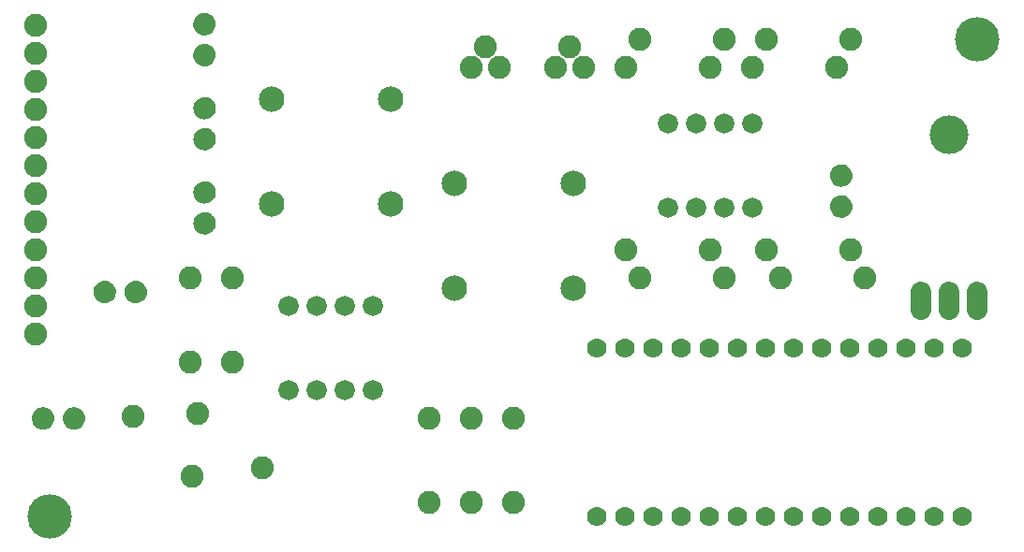
<source format=gbs>
G04 EAGLE Gerber RS-274X export*
G75*
%MOMM*%
%FSLAX34Y34*%
%LPD*%
%INBottom Soldermask*%
%IPPOS*%
%AMOC8*
5,1,8,0,0,1.08239X$1,22.5*%
G01*
%ADD10C,4.013200*%
%ADD11C,2.082800*%
%ADD12C,1.778000*%
%ADD13C,2.303200*%
%ADD14C,1.828800*%
%ADD15C,3.505200*%
%ADD16C,1.828800*%

G36*
X61501Y116959D02*
X61501Y116959D01*
X61544Y116971D01*
X61610Y116980D01*
X63227Y117434D01*
X63268Y117453D01*
X63296Y117462D01*
X63306Y117464D01*
X63310Y117466D01*
X63331Y117473D01*
X64845Y118201D01*
X64881Y118227D01*
X64940Y118257D01*
X66305Y119238D01*
X66336Y119270D01*
X66389Y119310D01*
X67563Y120512D01*
X67588Y120549D01*
X67633Y120597D01*
X68580Y121985D01*
X68598Y122026D01*
X68634Y122082D01*
X69326Y123613D01*
X69337Y123656D01*
X69363Y123717D01*
X69778Y125346D01*
X69781Y125390D01*
X69796Y125455D01*
X69922Y127130D01*
X69918Y127177D01*
X69920Y127249D01*
X69715Y129085D01*
X69701Y129131D01*
X69689Y129206D01*
X69129Y130967D01*
X69106Y131009D01*
X69080Y131081D01*
X68187Y132698D01*
X68157Y132736D01*
X68117Y132801D01*
X66926Y134213D01*
X66889Y134244D01*
X66837Y134300D01*
X65393Y135453D01*
X65351Y135476D01*
X65289Y135520D01*
X63648Y136369D01*
X63602Y136384D01*
X63533Y136415D01*
X61758Y136928D01*
X61710Y136933D01*
X61635Y136951D01*
X59795Y137107D01*
X59751Y137103D01*
X59686Y137107D01*
X57855Y136947D01*
X57809Y136934D01*
X57733Y136924D01*
X55969Y136410D01*
X55925Y136389D01*
X55853Y136364D01*
X54223Y135515D01*
X54185Y135486D01*
X54119Y135447D01*
X52686Y134297D01*
X52654Y134261D01*
X52597Y134210D01*
X51416Y132802D01*
X51392Y132761D01*
X51346Y132700D01*
X51136Y132318D01*
X50462Y131088D01*
X50447Y131043D01*
X50413Y130974D01*
X49861Y129221D01*
X49855Y129174D01*
X49835Y129100D01*
X49636Y127273D01*
X49639Y127227D01*
X49633Y127158D01*
X49756Y125482D01*
X49767Y125439D01*
X49773Y125373D01*
X50185Y123743D01*
X50203Y123703D01*
X50221Y123639D01*
X50909Y122106D01*
X50934Y122069D01*
X50963Y122009D01*
X51907Y120619D01*
X51938Y120587D01*
X51976Y120533D01*
X53147Y119327D01*
X53184Y119301D01*
X53231Y119255D01*
X54593Y118271D01*
X54634Y118252D01*
X54688Y118215D01*
X56201Y117482D01*
X56244Y117470D01*
X56255Y117465D01*
X56282Y117452D01*
X56287Y117451D01*
X56304Y117443D01*
X57921Y116985D01*
X57966Y116980D01*
X58030Y116964D01*
X59702Y116793D01*
X59750Y116797D01*
X59829Y116793D01*
X61501Y116959D01*
G37*
G36*
X33510Y116959D02*
X33510Y116959D01*
X33553Y116971D01*
X33619Y116980D01*
X35236Y117434D01*
X35277Y117453D01*
X35305Y117462D01*
X35315Y117464D01*
X35319Y117466D01*
X35340Y117473D01*
X36854Y118201D01*
X36890Y118227D01*
X36949Y118257D01*
X38314Y119238D01*
X38345Y119270D01*
X38398Y119310D01*
X39572Y120512D01*
X39597Y120549D01*
X39642Y120597D01*
X40589Y121985D01*
X40607Y122026D01*
X40643Y122082D01*
X41335Y123613D01*
X41346Y123656D01*
X41372Y123717D01*
X41787Y125346D01*
X41790Y125390D01*
X41805Y125455D01*
X41931Y127130D01*
X41927Y127177D01*
X41929Y127249D01*
X41724Y129085D01*
X41710Y129131D01*
X41698Y129206D01*
X41138Y130967D01*
X41115Y131009D01*
X41089Y131081D01*
X40196Y132698D01*
X40166Y132736D01*
X40126Y132801D01*
X38935Y134213D01*
X38898Y134244D01*
X38846Y134300D01*
X37402Y135453D01*
X37360Y135476D01*
X37298Y135520D01*
X35657Y136369D01*
X35611Y136384D01*
X35542Y136415D01*
X33767Y136928D01*
X33719Y136933D01*
X33644Y136951D01*
X31804Y137107D01*
X31760Y137103D01*
X31695Y137107D01*
X29864Y136947D01*
X29818Y136934D01*
X29742Y136924D01*
X27978Y136410D01*
X27934Y136389D01*
X27862Y136364D01*
X26232Y135515D01*
X26194Y135486D01*
X26128Y135447D01*
X24695Y134297D01*
X24663Y134261D01*
X24606Y134210D01*
X23425Y132802D01*
X23401Y132761D01*
X23355Y132700D01*
X23145Y132318D01*
X22471Y131088D01*
X22456Y131043D01*
X22422Y130974D01*
X21870Y129221D01*
X21864Y129174D01*
X21844Y129100D01*
X21645Y127273D01*
X21648Y127227D01*
X21642Y127158D01*
X21765Y125482D01*
X21776Y125439D01*
X21782Y125373D01*
X22194Y123743D01*
X22212Y123703D01*
X22230Y123639D01*
X22918Y122106D01*
X22943Y122069D01*
X22972Y122009D01*
X23916Y120619D01*
X23947Y120587D01*
X23985Y120533D01*
X25156Y119327D01*
X25193Y119301D01*
X25240Y119255D01*
X26602Y118271D01*
X26643Y118252D01*
X26697Y118215D01*
X28210Y117482D01*
X28253Y117470D01*
X28264Y117465D01*
X28291Y117452D01*
X28296Y117451D01*
X28313Y117443D01*
X29930Y116985D01*
X29975Y116980D01*
X30039Y116964D01*
X31711Y116793D01*
X31759Y116797D01*
X31838Y116793D01*
X33510Y116959D01*
G37*
G36*
X177977Y473693D02*
X177977Y473693D01*
X178049Y473691D01*
X179885Y473896D01*
X179931Y473910D01*
X180006Y473922D01*
X181767Y474482D01*
X181809Y474505D01*
X181881Y474531D01*
X183498Y475424D01*
X183536Y475454D01*
X183601Y475494D01*
X185013Y476685D01*
X185044Y476722D01*
X185100Y476774D01*
X186253Y478218D01*
X186276Y478260D01*
X186320Y478322D01*
X187169Y479963D01*
X187184Y480009D01*
X187215Y480078D01*
X187728Y481853D01*
X187733Y481901D01*
X187751Y481976D01*
X187907Y483816D01*
X187903Y483860D01*
X187907Y483925D01*
X187747Y485756D01*
X187734Y485802D01*
X187724Y485878D01*
X187210Y487642D01*
X187189Y487686D01*
X187164Y487758D01*
X186315Y489388D01*
X186286Y489426D01*
X186247Y489492D01*
X185097Y490925D01*
X185061Y490957D01*
X185010Y491014D01*
X183602Y492195D01*
X183561Y492219D01*
X183500Y492265D01*
X181888Y493149D01*
X181843Y493164D01*
X181774Y493198D01*
X180021Y493750D01*
X179974Y493756D01*
X179900Y493776D01*
X178073Y493976D01*
X178027Y493972D01*
X177958Y493978D01*
X176282Y493855D01*
X176239Y493844D01*
X176173Y493838D01*
X174543Y493427D01*
X174503Y493408D01*
X174439Y493390D01*
X172906Y492702D01*
X172869Y492677D01*
X172809Y492648D01*
X171419Y491704D01*
X171387Y491673D01*
X171333Y491635D01*
X170127Y490464D01*
X170101Y490428D01*
X170055Y490380D01*
X169071Y489018D01*
X169052Y488977D01*
X169015Y488923D01*
X168282Y487410D01*
X168270Y487367D01*
X168243Y487307D01*
X167785Y485690D01*
X167780Y485645D01*
X167764Y485581D01*
X167593Y483909D01*
X167597Y483861D01*
X167593Y483782D01*
X167759Y482110D01*
X167771Y482067D01*
X167780Y482002D01*
X168234Y480384D01*
X168253Y480343D01*
X168273Y480280D01*
X169001Y478766D01*
X169027Y478730D01*
X169057Y478671D01*
X170038Y477306D01*
X170070Y477275D01*
X170110Y477222D01*
X171312Y476048D01*
X171349Y476023D01*
X171397Y475978D01*
X172785Y475031D01*
X172826Y475013D01*
X172882Y474977D01*
X174413Y474285D01*
X174456Y474274D01*
X174517Y474248D01*
X176146Y473833D01*
X176190Y473830D01*
X176255Y473815D01*
X177930Y473689D01*
X177977Y473693D01*
G37*
G36*
X177977Y445702D02*
X177977Y445702D01*
X178049Y445700D01*
X179885Y445905D01*
X179931Y445919D01*
X180006Y445931D01*
X181767Y446491D01*
X181809Y446514D01*
X181881Y446540D01*
X183498Y447433D01*
X183536Y447463D01*
X183601Y447503D01*
X185013Y448694D01*
X185044Y448731D01*
X185100Y448783D01*
X186253Y450227D01*
X186276Y450269D01*
X186320Y450331D01*
X187169Y451972D01*
X187184Y452018D01*
X187215Y452087D01*
X187728Y453862D01*
X187733Y453910D01*
X187751Y453985D01*
X187907Y455825D01*
X187903Y455869D01*
X187907Y455934D01*
X187747Y457765D01*
X187734Y457811D01*
X187724Y457887D01*
X187210Y459651D01*
X187189Y459695D01*
X187164Y459767D01*
X186315Y461397D01*
X186286Y461435D01*
X186247Y461501D01*
X185097Y462934D01*
X185061Y462966D01*
X185010Y463023D01*
X183602Y464204D01*
X183561Y464228D01*
X183500Y464274D01*
X181888Y465158D01*
X181843Y465173D01*
X181774Y465207D01*
X180021Y465759D01*
X179974Y465765D01*
X179900Y465785D01*
X178073Y465985D01*
X178027Y465981D01*
X177958Y465987D01*
X176282Y465864D01*
X176239Y465853D01*
X176173Y465847D01*
X174543Y465436D01*
X174503Y465417D01*
X174439Y465399D01*
X172906Y464711D01*
X172869Y464686D01*
X172809Y464657D01*
X171419Y463713D01*
X171387Y463682D01*
X171333Y463644D01*
X170127Y462473D01*
X170101Y462437D01*
X170055Y462389D01*
X169071Y461027D01*
X169052Y460986D01*
X169015Y460932D01*
X168282Y459419D01*
X168270Y459376D01*
X168243Y459316D01*
X167785Y457699D01*
X167780Y457654D01*
X167764Y457590D01*
X167593Y455918D01*
X167597Y455870D01*
X167593Y455791D01*
X167759Y454119D01*
X167771Y454076D01*
X167780Y454011D01*
X168234Y452393D01*
X168253Y452352D01*
X168273Y452289D01*
X169001Y450775D01*
X169027Y450739D01*
X169057Y450680D01*
X170038Y449315D01*
X170070Y449284D01*
X170110Y449231D01*
X171312Y448057D01*
X171349Y448032D01*
X171397Y447987D01*
X172785Y447040D01*
X172826Y447022D01*
X172882Y446986D01*
X174413Y446294D01*
X174456Y446283D01*
X174517Y446257D01*
X176146Y445842D01*
X176190Y445839D01*
X176255Y445824D01*
X177930Y445698D01*
X177977Y445702D01*
G37*
G36*
X754628Y336776D02*
X754628Y336776D01*
X754671Y336787D01*
X754737Y336793D01*
X756367Y337205D01*
X756407Y337223D01*
X756471Y337241D01*
X758004Y337929D01*
X758041Y337954D01*
X758101Y337983D01*
X759491Y338927D01*
X759523Y338958D01*
X759577Y338996D01*
X760783Y340167D01*
X760809Y340204D01*
X760855Y340251D01*
X761839Y341613D01*
X761858Y341654D01*
X761895Y341708D01*
X762628Y343221D01*
X762640Y343264D01*
X762667Y343324D01*
X763125Y344941D01*
X763130Y344986D01*
X763146Y345050D01*
X763317Y346722D01*
X763313Y346770D01*
X763317Y346849D01*
X763151Y348521D01*
X763139Y348564D01*
X763130Y348630D01*
X762676Y350247D01*
X762657Y350288D01*
X762637Y350351D01*
X761909Y351865D01*
X761883Y351901D01*
X761853Y351960D01*
X760872Y353325D01*
X760840Y353356D01*
X760800Y353409D01*
X759598Y354583D01*
X759561Y354608D01*
X759513Y354653D01*
X758125Y355600D01*
X758084Y355618D01*
X758028Y355654D01*
X756497Y356346D01*
X756454Y356357D01*
X756393Y356383D01*
X754764Y356798D01*
X754720Y356801D01*
X754655Y356816D01*
X752980Y356942D01*
X752933Y356938D01*
X752861Y356940D01*
X751026Y356735D01*
X750979Y356721D01*
X750904Y356709D01*
X749143Y356149D01*
X749101Y356126D01*
X749029Y356100D01*
X747412Y355207D01*
X747374Y355177D01*
X747309Y355137D01*
X745897Y353946D01*
X745866Y353909D01*
X745810Y353857D01*
X744657Y352413D01*
X744635Y352371D01*
X744590Y352309D01*
X743741Y350668D01*
X743727Y350622D01*
X743695Y350553D01*
X743182Y348778D01*
X743177Y348730D01*
X743160Y348655D01*
X743003Y346815D01*
X743007Y346771D01*
X743003Y346706D01*
X743163Y344875D01*
X743176Y344829D01*
X743184Y344768D01*
X743184Y344766D01*
X743186Y344753D01*
X743700Y342989D01*
X743721Y342945D01*
X743746Y342873D01*
X744595Y341243D01*
X744624Y341205D01*
X744663Y341139D01*
X745813Y339706D01*
X745849Y339674D01*
X745900Y339617D01*
X747308Y338436D01*
X747349Y338412D01*
X747410Y338366D01*
X749022Y337482D01*
X749067Y337467D01*
X749136Y337433D01*
X750889Y336881D01*
X750936Y336875D01*
X751010Y336855D01*
X752837Y336656D01*
X752883Y336659D01*
X752952Y336653D01*
X754628Y336776D01*
G37*
G36*
X179318Y321536D02*
X179318Y321536D01*
X179361Y321547D01*
X179427Y321553D01*
X181057Y321965D01*
X181097Y321983D01*
X181161Y322001D01*
X182694Y322689D01*
X182731Y322714D01*
X182791Y322743D01*
X184181Y323687D01*
X184213Y323718D01*
X184267Y323756D01*
X185473Y324927D01*
X185499Y324964D01*
X185545Y325011D01*
X186529Y326373D01*
X186548Y326414D01*
X186585Y326468D01*
X187318Y327981D01*
X187330Y328024D01*
X187357Y328084D01*
X187815Y329701D01*
X187820Y329746D01*
X187836Y329810D01*
X188007Y331482D01*
X188003Y331530D01*
X188007Y331609D01*
X187841Y333281D01*
X187829Y333324D01*
X187820Y333390D01*
X187366Y335007D01*
X187347Y335048D01*
X187327Y335111D01*
X186599Y336625D01*
X186573Y336661D01*
X186543Y336720D01*
X185562Y338085D01*
X185530Y338116D01*
X185490Y338169D01*
X184288Y339343D01*
X184251Y339368D01*
X184203Y339413D01*
X182815Y340360D01*
X182774Y340378D01*
X182718Y340414D01*
X181187Y341106D01*
X181144Y341117D01*
X181083Y341143D01*
X179454Y341558D01*
X179410Y341561D01*
X179345Y341576D01*
X177670Y341702D01*
X177623Y341698D01*
X177551Y341700D01*
X175716Y341495D01*
X175669Y341481D01*
X175594Y341469D01*
X173833Y340909D01*
X173791Y340886D01*
X173719Y340860D01*
X172102Y339967D01*
X172064Y339937D01*
X171999Y339897D01*
X170587Y338706D01*
X170556Y338669D01*
X170500Y338617D01*
X169347Y337173D01*
X169325Y337131D01*
X169280Y337069D01*
X168431Y335428D01*
X168417Y335382D01*
X168385Y335313D01*
X167872Y333538D01*
X167867Y333490D01*
X167850Y333415D01*
X167693Y331575D01*
X167697Y331531D01*
X167693Y331466D01*
X167853Y329635D01*
X167866Y329589D01*
X167874Y329528D01*
X167874Y329526D01*
X167876Y329513D01*
X168390Y327749D01*
X168411Y327705D01*
X168436Y327633D01*
X169285Y326003D01*
X169314Y325965D01*
X169353Y325899D01*
X170503Y324466D01*
X170539Y324434D01*
X170590Y324377D01*
X171998Y323196D01*
X172039Y323172D01*
X172100Y323126D01*
X173712Y322242D01*
X173757Y322227D01*
X173826Y322193D01*
X175579Y321641D01*
X175626Y321635D01*
X175700Y321615D01*
X177527Y321416D01*
X177573Y321419D01*
X177642Y321413D01*
X179318Y321536D01*
G37*
G36*
X179318Y397736D02*
X179318Y397736D01*
X179361Y397747D01*
X179427Y397753D01*
X181057Y398165D01*
X181097Y398183D01*
X181161Y398201D01*
X182694Y398889D01*
X182731Y398914D01*
X182791Y398943D01*
X184181Y399887D01*
X184213Y399918D01*
X184267Y399956D01*
X185473Y401127D01*
X185499Y401164D01*
X185545Y401211D01*
X186529Y402573D01*
X186548Y402614D01*
X186585Y402668D01*
X187318Y404181D01*
X187330Y404224D01*
X187357Y404284D01*
X187815Y405901D01*
X187820Y405946D01*
X187836Y406010D01*
X188007Y407682D01*
X188003Y407730D01*
X188007Y407809D01*
X187841Y409481D01*
X187829Y409524D01*
X187820Y409590D01*
X187366Y411207D01*
X187347Y411248D01*
X187327Y411311D01*
X186599Y412825D01*
X186573Y412861D01*
X186543Y412920D01*
X185562Y414285D01*
X185530Y414316D01*
X185490Y414369D01*
X184288Y415543D01*
X184251Y415568D01*
X184203Y415613D01*
X182815Y416560D01*
X182774Y416578D01*
X182718Y416614D01*
X181187Y417306D01*
X181144Y417317D01*
X181083Y417343D01*
X179454Y417758D01*
X179410Y417761D01*
X179345Y417776D01*
X177670Y417902D01*
X177623Y417898D01*
X177551Y417900D01*
X175716Y417695D01*
X175669Y417681D01*
X175594Y417669D01*
X173833Y417109D01*
X173791Y417086D01*
X173719Y417060D01*
X172102Y416167D01*
X172064Y416137D01*
X171999Y416097D01*
X170587Y414906D01*
X170556Y414869D01*
X170500Y414817D01*
X169347Y413373D01*
X169325Y413331D01*
X169280Y413269D01*
X168431Y411628D01*
X168417Y411582D01*
X168385Y411513D01*
X167872Y409738D01*
X167867Y409690D01*
X167850Y409615D01*
X167693Y407775D01*
X167697Y407731D01*
X167693Y407666D01*
X167853Y405835D01*
X167866Y405789D01*
X167874Y405728D01*
X167874Y405726D01*
X167876Y405713D01*
X168390Y403949D01*
X168411Y403905D01*
X168436Y403833D01*
X169285Y402203D01*
X169314Y402165D01*
X169353Y402099D01*
X170503Y400666D01*
X170539Y400634D01*
X170590Y400577D01*
X171998Y399396D01*
X172039Y399372D01*
X172100Y399326D01*
X173712Y398442D01*
X173757Y398427D01*
X173826Y398393D01*
X175579Y397841D01*
X175626Y397835D01*
X175700Y397815D01*
X177527Y397616D01*
X177573Y397619D01*
X177642Y397613D01*
X179318Y397736D01*
G37*
G36*
X179318Y293545D02*
X179318Y293545D01*
X179361Y293556D01*
X179427Y293562D01*
X181057Y293974D01*
X181097Y293992D01*
X181161Y294010D01*
X182694Y294698D01*
X182731Y294723D01*
X182791Y294752D01*
X184181Y295696D01*
X184213Y295727D01*
X184267Y295765D01*
X185473Y296936D01*
X185499Y296973D01*
X185545Y297020D01*
X186529Y298382D01*
X186548Y298423D01*
X186585Y298477D01*
X187318Y299990D01*
X187330Y300033D01*
X187357Y300093D01*
X187815Y301710D01*
X187820Y301755D01*
X187836Y301819D01*
X188007Y303491D01*
X188003Y303539D01*
X188007Y303618D01*
X187841Y305290D01*
X187829Y305333D01*
X187820Y305399D01*
X187366Y307016D01*
X187347Y307057D01*
X187327Y307120D01*
X186599Y308634D01*
X186573Y308670D01*
X186543Y308729D01*
X185562Y310094D01*
X185530Y310125D01*
X185490Y310178D01*
X184288Y311352D01*
X184251Y311377D01*
X184203Y311422D01*
X182815Y312369D01*
X182774Y312387D01*
X182718Y312423D01*
X181187Y313115D01*
X181144Y313126D01*
X181083Y313152D01*
X179454Y313567D01*
X179410Y313570D01*
X179345Y313585D01*
X177670Y313711D01*
X177623Y313707D01*
X177551Y313709D01*
X175716Y313504D01*
X175669Y313490D01*
X175594Y313478D01*
X173833Y312918D01*
X173791Y312895D01*
X173719Y312869D01*
X172102Y311976D01*
X172064Y311946D01*
X171999Y311906D01*
X170587Y310715D01*
X170556Y310678D01*
X170500Y310626D01*
X169347Y309182D01*
X169325Y309140D01*
X169280Y309078D01*
X168431Y307437D01*
X168417Y307391D01*
X168385Y307322D01*
X167872Y305547D01*
X167867Y305499D01*
X167850Y305424D01*
X167693Y303584D01*
X167697Y303540D01*
X167693Y303475D01*
X167853Y301644D01*
X167866Y301598D01*
X167874Y301537D01*
X167874Y301535D01*
X167876Y301522D01*
X168390Y299758D01*
X168411Y299714D01*
X168436Y299642D01*
X169285Y298012D01*
X169314Y297974D01*
X169353Y297908D01*
X170503Y296475D01*
X170539Y296443D01*
X170590Y296386D01*
X171998Y295205D01*
X172039Y295181D01*
X172100Y295135D01*
X173712Y294251D01*
X173757Y294236D01*
X173826Y294202D01*
X175579Y293650D01*
X175626Y293644D01*
X175700Y293624D01*
X177527Y293425D01*
X177573Y293428D01*
X177642Y293422D01*
X179318Y293545D01*
G37*
G36*
X754628Y308785D02*
X754628Y308785D01*
X754671Y308796D01*
X754737Y308802D01*
X756367Y309214D01*
X756407Y309232D01*
X756471Y309250D01*
X758004Y309938D01*
X758041Y309963D01*
X758101Y309992D01*
X759491Y310936D01*
X759523Y310967D01*
X759577Y311005D01*
X760783Y312176D01*
X760809Y312213D01*
X760855Y312260D01*
X761839Y313622D01*
X761858Y313663D01*
X761895Y313717D01*
X762628Y315230D01*
X762640Y315273D01*
X762667Y315333D01*
X763125Y316950D01*
X763130Y316995D01*
X763146Y317059D01*
X763317Y318731D01*
X763313Y318779D01*
X763317Y318858D01*
X763151Y320530D01*
X763139Y320573D01*
X763130Y320639D01*
X762676Y322256D01*
X762657Y322297D01*
X762637Y322360D01*
X761909Y323874D01*
X761883Y323910D01*
X761853Y323969D01*
X760872Y325334D01*
X760840Y325365D01*
X760800Y325418D01*
X759598Y326592D01*
X759561Y326617D01*
X759513Y326662D01*
X758125Y327609D01*
X758084Y327627D01*
X758028Y327663D01*
X756497Y328355D01*
X756454Y328366D01*
X756393Y328392D01*
X754764Y328807D01*
X754720Y328810D01*
X754655Y328825D01*
X752980Y328951D01*
X752933Y328947D01*
X752861Y328949D01*
X751026Y328744D01*
X750979Y328730D01*
X750904Y328718D01*
X749143Y328158D01*
X749101Y328135D01*
X749029Y328109D01*
X747412Y327216D01*
X747374Y327186D01*
X747309Y327146D01*
X745897Y325955D01*
X745866Y325918D01*
X745810Y325866D01*
X744657Y324422D01*
X744635Y324380D01*
X744590Y324318D01*
X743741Y322677D01*
X743727Y322631D01*
X743695Y322562D01*
X743182Y320787D01*
X743177Y320739D01*
X743160Y320664D01*
X743003Y318824D01*
X743007Y318780D01*
X743003Y318715D01*
X743163Y316884D01*
X743176Y316838D01*
X743184Y316777D01*
X743184Y316775D01*
X743186Y316762D01*
X743700Y314998D01*
X743721Y314954D01*
X743746Y314882D01*
X744595Y313252D01*
X744624Y313214D01*
X744663Y313148D01*
X745813Y311715D01*
X745849Y311683D01*
X745900Y311626D01*
X747308Y310445D01*
X747349Y310421D01*
X747410Y310375D01*
X749022Y309491D01*
X749067Y309476D01*
X749136Y309442D01*
X750889Y308890D01*
X750936Y308884D01*
X751010Y308864D01*
X752837Y308665D01*
X752883Y308668D01*
X752952Y308662D01*
X754628Y308785D01*
G37*
G36*
X179318Y369745D02*
X179318Y369745D01*
X179361Y369756D01*
X179427Y369762D01*
X181057Y370174D01*
X181097Y370192D01*
X181161Y370210D01*
X182694Y370898D01*
X182731Y370923D01*
X182791Y370952D01*
X184181Y371896D01*
X184213Y371927D01*
X184267Y371965D01*
X185473Y373136D01*
X185499Y373173D01*
X185545Y373220D01*
X186529Y374582D01*
X186548Y374623D01*
X186585Y374677D01*
X187318Y376190D01*
X187330Y376233D01*
X187357Y376293D01*
X187815Y377910D01*
X187820Y377955D01*
X187836Y378019D01*
X188007Y379691D01*
X188003Y379739D01*
X188007Y379818D01*
X187841Y381490D01*
X187829Y381533D01*
X187820Y381599D01*
X187366Y383216D01*
X187347Y383257D01*
X187327Y383320D01*
X186599Y384834D01*
X186573Y384870D01*
X186543Y384929D01*
X185562Y386294D01*
X185530Y386325D01*
X185490Y386378D01*
X184288Y387552D01*
X184251Y387577D01*
X184203Y387622D01*
X182815Y388569D01*
X182774Y388587D01*
X182718Y388623D01*
X181187Y389315D01*
X181144Y389326D01*
X181083Y389352D01*
X179454Y389767D01*
X179410Y389770D01*
X179345Y389785D01*
X177670Y389911D01*
X177623Y389907D01*
X177551Y389909D01*
X175716Y389704D01*
X175669Y389690D01*
X175594Y389678D01*
X173833Y389118D01*
X173791Y389095D01*
X173719Y389069D01*
X172102Y388176D01*
X172064Y388146D01*
X171999Y388106D01*
X170587Y386915D01*
X170556Y386878D01*
X170500Y386826D01*
X169347Y385382D01*
X169325Y385340D01*
X169280Y385278D01*
X168431Y383637D01*
X168417Y383591D01*
X168385Y383522D01*
X167872Y381747D01*
X167867Y381699D01*
X167850Y381624D01*
X167693Y379784D01*
X167697Y379740D01*
X167693Y379675D01*
X167853Y377844D01*
X167866Y377798D01*
X167874Y377737D01*
X167874Y377735D01*
X167876Y377722D01*
X168390Y375958D01*
X168411Y375914D01*
X168436Y375842D01*
X169285Y374212D01*
X169314Y374174D01*
X169353Y374108D01*
X170503Y372675D01*
X170539Y372643D01*
X170590Y372586D01*
X171998Y371405D01*
X172039Y371381D01*
X172100Y371335D01*
X173712Y370451D01*
X173757Y370436D01*
X173826Y370402D01*
X175579Y369850D01*
X175626Y369844D01*
X175700Y369824D01*
X177527Y369625D01*
X177573Y369628D01*
X177642Y369622D01*
X179318Y369745D01*
G37*
G36*
X87569Y231197D02*
X87569Y231197D01*
X87634Y231193D01*
X89465Y231353D01*
X89511Y231366D01*
X89587Y231376D01*
X91351Y231890D01*
X91395Y231911D01*
X91467Y231936D01*
X93097Y232785D01*
X93135Y232814D01*
X93201Y232853D01*
X94634Y234003D01*
X94666Y234039D01*
X94723Y234090D01*
X95904Y235498D01*
X95928Y235539D01*
X95974Y235600D01*
X96519Y236593D01*
X96858Y237212D01*
X96873Y237257D01*
X96907Y237326D01*
X97459Y239079D01*
X97465Y239126D01*
X97485Y239200D01*
X97685Y241027D01*
X97681Y241073D01*
X97687Y241142D01*
X97564Y242818D01*
X97553Y242861D01*
X97547Y242927D01*
X97136Y244557D01*
X97117Y244597D01*
X97099Y244661D01*
X96411Y246194D01*
X96386Y246231D01*
X96357Y246291D01*
X95413Y247681D01*
X95382Y247713D01*
X95344Y247767D01*
X94173Y248973D01*
X94137Y248999D01*
X94089Y249045D01*
X92727Y250029D01*
X92686Y250048D01*
X92632Y250085D01*
X91119Y250818D01*
X91076Y250830D01*
X91016Y250857D01*
X89399Y251315D01*
X89354Y251320D01*
X89290Y251336D01*
X87618Y251507D01*
X87570Y251503D01*
X87491Y251507D01*
X85819Y251341D01*
X85776Y251329D01*
X85711Y251320D01*
X84093Y250866D01*
X84052Y250847D01*
X83989Y250827D01*
X82475Y250099D01*
X82439Y250073D01*
X82380Y250043D01*
X81015Y249062D01*
X80984Y249030D01*
X80931Y248990D01*
X79757Y247788D01*
X79732Y247751D01*
X79687Y247703D01*
X78740Y246315D01*
X78722Y246274D01*
X78686Y246218D01*
X77994Y244687D01*
X77983Y244644D01*
X77957Y244583D01*
X77542Y242954D01*
X77539Y242910D01*
X77524Y242845D01*
X77398Y241170D01*
X77402Y241123D01*
X77400Y241051D01*
X77605Y239216D01*
X77619Y239169D01*
X77631Y239094D01*
X78191Y237333D01*
X78214Y237291D01*
X78240Y237219D01*
X79133Y235602D01*
X79163Y235564D01*
X79203Y235499D01*
X80394Y234087D01*
X80431Y234056D01*
X80483Y234000D01*
X81927Y232847D01*
X81969Y232825D01*
X82031Y232780D01*
X83672Y231931D01*
X83718Y231917D01*
X83787Y231885D01*
X85562Y231372D01*
X85610Y231367D01*
X85685Y231350D01*
X87525Y231193D01*
X87569Y231197D01*
G37*
G36*
X115560Y231197D02*
X115560Y231197D01*
X115625Y231193D01*
X117456Y231353D01*
X117502Y231366D01*
X117578Y231376D01*
X119342Y231890D01*
X119386Y231911D01*
X119458Y231936D01*
X121088Y232785D01*
X121126Y232814D01*
X121192Y232853D01*
X122625Y234003D01*
X122657Y234039D01*
X122714Y234090D01*
X123895Y235498D01*
X123919Y235539D01*
X123965Y235600D01*
X124510Y236593D01*
X124849Y237212D01*
X124864Y237257D01*
X124898Y237326D01*
X125450Y239079D01*
X125456Y239126D01*
X125476Y239200D01*
X125676Y241027D01*
X125672Y241073D01*
X125678Y241142D01*
X125555Y242818D01*
X125544Y242861D01*
X125538Y242927D01*
X125127Y244557D01*
X125108Y244597D01*
X125090Y244661D01*
X124402Y246194D01*
X124377Y246231D01*
X124348Y246291D01*
X123404Y247681D01*
X123373Y247713D01*
X123335Y247767D01*
X122164Y248973D01*
X122128Y248999D01*
X122080Y249045D01*
X120718Y250029D01*
X120677Y250048D01*
X120623Y250085D01*
X119110Y250818D01*
X119067Y250830D01*
X119007Y250857D01*
X117390Y251315D01*
X117345Y251320D01*
X117281Y251336D01*
X115609Y251507D01*
X115561Y251503D01*
X115482Y251507D01*
X113810Y251341D01*
X113767Y251329D01*
X113702Y251320D01*
X112084Y250866D01*
X112043Y250847D01*
X111980Y250827D01*
X110466Y250099D01*
X110430Y250073D01*
X110371Y250043D01*
X109006Y249062D01*
X108975Y249030D01*
X108922Y248990D01*
X107748Y247788D01*
X107723Y247751D01*
X107678Y247703D01*
X106731Y246315D01*
X106713Y246274D01*
X106677Y246218D01*
X105985Y244687D01*
X105974Y244644D01*
X105948Y244583D01*
X105533Y242954D01*
X105530Y242910D01*
X105515Y242845D01*
X105389Y241170D01*
X105393Y241123D01*
X105391Y241051D01*
X105596Y239216D01*
X105610Y239169D01*
X105622Y239094D01*
X106182Y237333D01*
X106205Y237291D01*
X106231Y237219D01*
X107124Y235602D01*
X107154Y235564D01*
X107194Y235499D01*
X108385Y234087D01*
X108422Y234056D01*
X108474Y234000D01*
X109918Y232847D01*
X109960Y232825D01*
X110022Y232780D01*
X111663Y231931D01*
X111709Y231917D01*
X111778Y231885D01*
X113553Y231372D01*
X113601Y231367D01*
X113676Y231350D01*
X115516Y231193D01*
X115560Y231197D01*
G37*
D10*
X876300Y469900D03*
X38100Y38100D03*
D11*
X25400Y482600D03*
X25400Y457200D03*
X25400Y431800D03*
X25400Y406400D03*
X25400Y381000D03*
X25400Y355600D03*
X25400Y330200D03*
X25400Y304800D03*
X25400Y279400D03*
X25400Y254000D03*
X25400Y228600D03*
X25400Y203200D03*
X495300Y444500D03*
X508000Y463550D03*
X520700Y444500D03*
X419100Y444500D03*
X431800Y463550D03*
X444500Y444500D03*
X698500Y254000D03*
X774700Y254000D03*
X685800Y279400D03*
X762000Y279400D03*
X647700Y254000D03*
X571500Y254000D03*
X635000Y444500D03*
X558800Y444500D03*
X673100Y444500D03*
X749300Y444500D03*
X685800Y469900D03*
X762000Y469900D03*
X571500Y469900D03*
X647700Y469900D03*
X112759Y128541D03*
X166641Y74659D03*
X558800Y279400D03*
X635000Y279400D03*
D12*
X862330Y190500D03*
X836930Y190500D03*
X811530Y190500D03*
X786130Y190500D03*
X760730Y190500D03*
X735330Y190500D03*
X709930Y190500D03*
X684530Y190500D03*
X659130Y190500D03*
X633730Y190500D03*
X608330Y190500D03*
X582930Y190500D03*
X557530Y190500D03*
X532130Y190500D03*
X532130Y38100D03*
X557530Y38100D03*
X582930Y38100D03*
X608330Y38100D03*
X633730Y38100D03*
X659130Y38100D03*
X684530Y38100D03*
X709930Y38100D03*
X735330Y38100D03*
X760730Y38100D03*
X786130Y38100D03*
X811530Y38100D03*
X836930Y38100D03*
X862330Y38100D03*
D13*
X403700Y244600D03*
X510700Y244600D03*
X510700Y339600D03*
X403700Y339600D03*
X238600Y320800D03*
X345600Y320800D03*
X345600Y415800D03*
X238600Y415800D03*
D14*
X825500Y241808D02*
X825500Y225552D01*
X850900Y225552D02*
X850900Y241808D01*
X876300Y241808D02*
X876300Y225552D01*
D15*
X850900Y383540D03*
D16*
X596900Y317500D03*
X622300Y317500D03*
X622300Y393700D03*
X596900Y393700D03*
X647700Y317500D03*
X673100Y317500D03*
X647700Y393700D03*
X673100Y393700D03*
D11*
X381000Y50800D03*
X381000Y127000D03*
X457200Y50800D03*
X457200Y127000D03*
X419100Y127000D03*
X419100Y50800D03*
X229718Y82037D03*
X171602Y131323D03*
D16*
X254000Y152400D03*
X279400Y152400D03*
X279400Y228600D03*
X254000Y228600D03*
X304800Y152400D03*
X330200Y152400D03*
X304800Y228600D03*
X330200Y228600D03*
D11*
X203200Y177800D03*
X203200Y254000D03*
X165100Y254000D03*
X165100Y177800D03*
M02*

</source>
